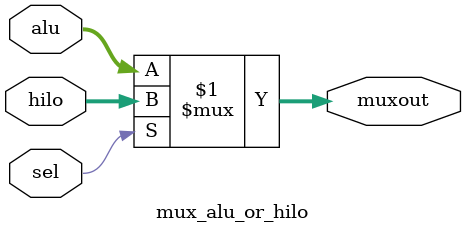
<source format=v>

module mux_alu_or_hilo(
    input wire sel,
    input wire [31:0] alu,
    input wire [31:0] hilo,
    output wire [31:0] muxout
    );
    
    assign muxout = (sel) ? hilo : alu;
    
endmodule

</source>
